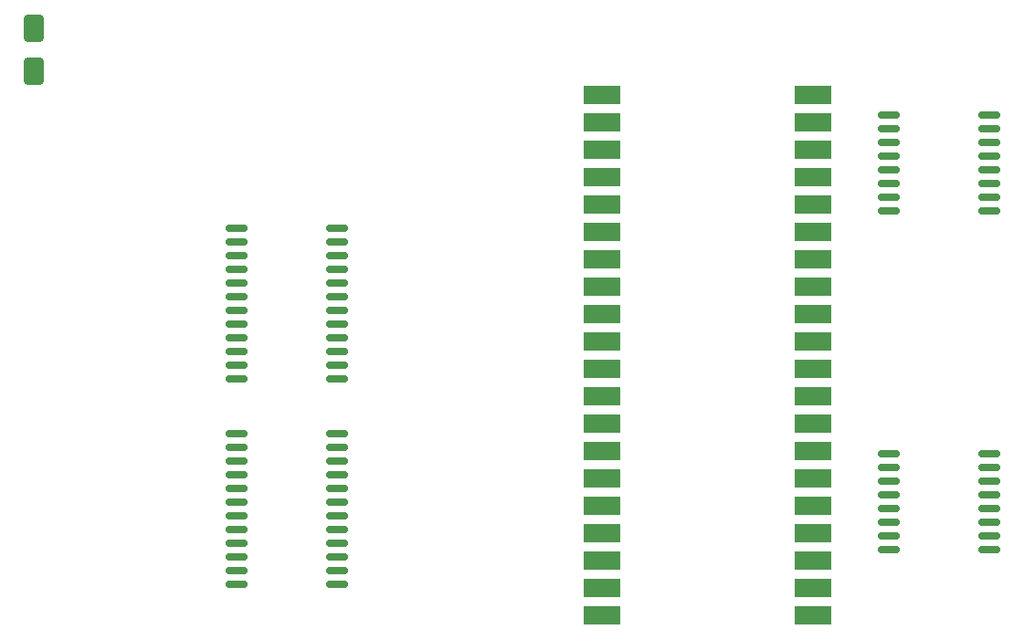
<source format=gtp>
G04 #@! TF.GenerationSoftware,KiCad,Pcbnew,9.0.3*
G04 #@! TF.CreationDate,2025-07-22T08:58:47+01:00*
G04 #@! TF.ProjectId,megaflash,6d656761-666c-4617-9368-2e6b69636164,rev?*
G04 #@! TF.SameCoordinates,Original*
G04 #@! TF.FileFunction,Paste,Top*
G04 #@! TF.FilePolarity,Positive*
%FSLAX46Y46*%
G04 Gerber Fmt 4.6, Leading zero omitted, Abs format (unit mm)*
G04 Created by KiCad (PCBNEW 9.0.3) date 2025-07-22 08:58:47*
%MOMM*%
%LPD*%
G01*
G04 APERTURE LIST*
G04 Aperture macros list*
%AMRoundRect*
0 Rectangle with rounded corners*
0 $1 Rounding radius*
0 $2 $3 $4 $5 $6 $7 $8 $9 X,Y pos of 4 corners*
0 Add a 4 corners polygon primitive as box body*
4,1,4,$2,$3,$4,$5,$6,$7,$8,$9,$2,$3,0*
0 Add four circle primitives for the rounded corners*
1,1,$1+$1,$2,$3*
1,1,$1+$1,$4,$5*
1,1,$1+$1,$6,$7*
1,1,$1+$1,$8,$9*
0 Add four rect primitives between the rounded corners*
20,1,$1+$1,$2,$3,$4,$5,0*
20,1,$1+$1,$4,$5,$6,$7,0*
20,1,$1+$1,$6,$7,$8,$9,0*
20,1,$1+$1,$8,$9,$2,$3,0*%
G04 Aperture macros list end*
%ADD10RoundRect,0.150000X-0.875000X-0.150000X0.875000X-0.150000X0.875000X0.150000X-0.875000X0.150000X0*%
%ADD11R,3.500000X1.700000*%
%ADD12RoundRect,0.250000X-0.650000X1.000000X-0.650000X-1.000000X0.650000X-1.000000X0.650000X1.000000X0*%
G04 APERTURE END LIST*
D10*
X157510000Y-97110000D03*
X157510000Y-98380000D03*
X157510000Y-99650000D03*
X157510000Y-100920000D03*
X157510000Y-102190000D03*
X157510000Y-103460000D03*
X157510000Y-104730000D03*
X157510000Y-106000000D03*
X166810000Y-106000000D03*
X166810000Y-104730000D03*
X166810000Y-103460000D03*
X166810000Y-102190000D03*
X166810000Y-100920000D03*
X166810000Y-99650000D03*
X166810000Y-98380000D03*
X166810000Y-97110000D03*
X157510000Y-65745000D03*
X157510000Y-67015000D03*
X157510000Y-68285000D03*
X157510000Y-69555000D03*
X157510000Y-70825000D03*
X157510000Y-72095000D03*
X157510000Y-73365000D03*
X157510000Y-74635000D03*
X166810000Y-74635000D03*
X166810000Y-73365000D03*
X166810000Y-72095000D03*
X166810000Y-70825000D03*
X166810000Y-69555000D03*
X166810000Y-68285000D03*
X166810000Y-67015000D03*
X166810000Y-65745000D03*
X97110000Y-76200000D03*
X97110000Y-77470000D03*
X97110000Y-78740000D03*
X97110000Y-80010000D03*
X97110000Y-81280000D03*
X97110000Y-82550000D03*
X97110000Y-83820000D03*
X97110000Y-85090000D03*
X97110000Y-86360000D03*
X97110000Y-87630000D03*
X97110000Y-88900000D03*
X97110000Y-90170000D03*
X106410000Y-90170000D03*
X106410000Y-88900000D03*
X106410000Y-87630000D03*
X106410000Y-86360000D03*
X106410000Y-85090000D03*
X106410000Y-83820000D03*
X106410000Y-82550000D03*
X106410000Y-81280000D03*
X106410000Y-80010000D03*
X106410000Y-78740000D03*
X106410000Y-77470000D03*
X106410000Y-76200000D03*
X97110000Y-95250000D03*
X97110000Y-96520000D03*
X97110000Y-97790000D03*
X97110000Y-99060000D03*
X97110000Y-100330000D03*
X97110000Y-101600000D03*
X97110000Y-102870000D03*
X97110000Y-104140000D03*
X97110000Y-105410000D03*
X97110000Y-106680000D03*
X97110000Y-107950000D03*
X97110000Y-109220000D03*
X106410000Y-109220000D03*
X106410000Y-107950000D03*
X106410000Y-106680000D03*
X106410000Y-105410000D03*
X106410000Y-104140000D03*
X106410000Y-102870000D03*
X106410000Y-101600000D03*
X106410000Y-100330000D03*
X106410000Y-99060000D03*
X106410000Y-97790000D03*
X106410000Y-96520000D03*
X106410000Y-95250000D03*
D11*
X150490000Y-112130000D03*
X150490000Y-109590000D03*
X150490000Y-107050000D03*
X150490000Y-104510000D03*
X150490000Y-101970000D03*
X150490000Y-99430000D03*
X150490000Y-96890000D03*
X150490000Y-94350000D03*
X150490000Y-91810000D03*
X150490000Y-89270000D03*
X150490000Y-86730000D03*
X150490000Y-84190000D03*
X150490000Y-81650000D03*
X150490000Y-79110000D03*
X150490000Y-76570000D03*
X150490000Y-74030000D03*
X150490000Y-71490000D03*
X150490000Y-68950000D03*
X150490000Y-66410000D03*
X150490000Y-63870000D03*
X130910000Y-63870000D03*
X130910000Y-66410000D03*
X130910000Y-68950000D03*
X130910000Y-71490000D03*
X130910000Y-74030000D03*
X130910000Y-76570000D03*
X130910000Y-79110000D03*
X130910000Y-81650000D03*
X130910000Y-84190000D03*
X130910000Y-86730000D03*
X130910000Y-89270000D03*
X130910000Y-91810000D03*
X130910000Y-94350000D03*
X130910000Y-96890000D03*
X130910000Y-99430000D03*
X130910000Y-101970000D03*
X130910000Y-104510000D03*
X130910000Y-107050000D03*
X130910000Y-109590000D03*
X130910000Y-112130000D03*
D12*
X78305000Y-57685000D03*
X78305000Y-61685000D03*
M02*

</source>
